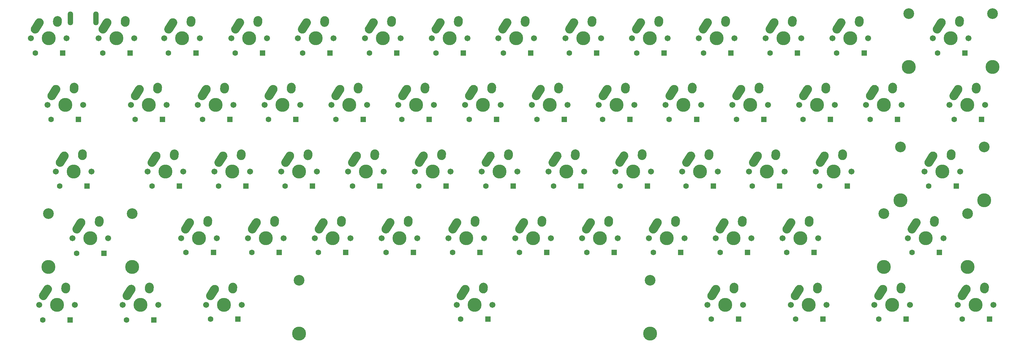
<source format=gts>
%TF.GenerationSoftware,KiCad,Pcbnew,(5.1.10)-1*%
%TF.CreationDate,2022-03-05T23:42:07-05:00*%
%TF.ProjectId,Keebrov2,4b656562-726f-4763-922e-6b696361645f,rev?*%
%TF.SameCoordinates,Original*%
%TF.FileFunction,Soldermask,Top*%
%TF.FilePolarity,Negative*%
%FSLAX46Y46*%
G04 Gerber Fmt 4.6, Leading zero omitted, Abs format (unit mm)*
G04 Created by KiCad (PCBNEW (5.1.10)-1) date 2022-03-05 23:42:07*
%MOMM*%
%LPD*%
G01*
G04 APERTURE LIST*
%ADD10C,3.987800*%
%ADD11C,3.048000*%
%ADD12C,1.701800*%
%ADD13O,1.500000X4.000000*%
%ADD14C,1.600000*%
%ADD15R,1.600000X1.600000*%
G04 APERTURE END LIST*
%TO.C,K4*%
G36*
G01*
X36321621Y-112824984D02*
X36361069Y-112246328D01*
G75*
G02*
X37693193Y-111084242I1247105J-85019D01*
G01*
X37693193Y-111084242D01*
G75*
G02*
X38855279Y-112416366I-85019J-1247105D01*
G01*
X38815831Y-112995022D01*
G75*
G02*
X37483707Y-114157108I-1247105J85019D01*
G01*
X37483707Y-114157108D01*
G75*
G02*
X36321621Y-112824984I85019J1247105D01*
G01*
G37*
G36*
G01*
X30154749Y-114167865D02*
X31363673Y-112270235D01*
G75*
G02*
X33089537Y-111887621I1054239J-671625D01*
G01*
X33089537Y-111887621D01*
G75*
G02*
X33472151Y-113613485I-671625J-1054239D01*
G01*
X32263227Y-115511115D01*
G75*
G02*
X30537363Y-115893729I-1054239J671625D01*
G01*
X30537363Y-115893729D01*
G75*
G02*
X30154749Y-114167865I671625J1054239D01*
G01*
G37*
D10*
X47006450Y-125665675D03*
X23130450Y-125665675D03*
D11*
X47006450Y-110425675D03*
X23130450Y-110425675D03*
D12*
X40148450Y-117410675D03*
X29988450Y-117410675D03*
D10*
X35068450Y-117410675D03*
%TD*%
%TO.C,K31*%
G36*
G01*
X145846118Y-131877497D02*
X145885566Y-131298841D01*
G75*
G02*
X147217690Y-130136755I1247105J-85019D01*
G01*
X147217690Y-130136755D01*
G75*
G02*
X148379776Y-131468879I-85019J-1247105D01*
G01*
X148340328Y-132047535D01*
G75*
G02*
X147008204Y-133209621I-1247105J85019D01*
G01*
X147008204Y-133209621D01*
G75*
G02*
X145846118Y-131877497I85019J1247105D01*
G01*
G37*
G36*
G01*
X139679246Y-133220378D02*
X140888170Y-131322748D01*
G75*
G02*
X142614034Y-130940134I1054239J-671625D01*
G01*
X142614034Y-130940134D01*
G75*
G02*
X142996648Y-132665998I-671625J-1054239D01*
G01*
X141787724Y-134563628D01*
G75*
G02*
X140061860Y-134946242I-1054239J671625D01*
G01*
X140061860Y-134946242D01*
G75*
G02*
X139679246Y-133220378I671625J1054239D01*
G01*
G37*
X194630947Y-144718188D03*
X94554947Y-144718188D03*
D11*
X194630947Y-129478188D03*
X94554947Y-129478188D03*
D12*
X149672947Y-136463188D03*
X139512947Y-136463188D03*
D10*
X144592947Y-136463188D03*
%TD*%
%TO.C,K5*%
G36*
G01*
X26779990Y-131860743D02*
X26819438Y-131282087D01*
G75*
G02*
X28151562Y-130120001I1247105J-85019D01*
G01*
X28151562Y-130120001D01*
G75*
G02*
X29313648Y-131452125I-85019J-1247105D01*
G01*
X29274200Y-132030781D01*
G75*
G02*
X27942076Y-133192867I-1247105J85019D01*
G01*
X27942076Y-133192867D01*
G75*
G02*
X26779990Y-131860743I85019J1247105D01*
G01*
G37*
G36*
G01*
X20613118Y-133203624D02*
X21822042Y-131305994D01*
G75*
G02*
X23547906Y-130923380I1054239J-671625D01*
G01*
X23547906Y-130923380D01*
G75*
G02*
X23930520Y-132649244I-671625J-1054239D01*
G01*
X22721596Y-134546874D01*
G75*
G02*
X20995732Y-134929488I-1054239J671625D01*
G01*
X20995732Y-134929488D01*
G75*
G02*
X20613118Y-133203624I671625J1054239D01*
G01*
G37*
D12*
X30606819Y-136446434D03*
X20446819Y-136446434D03*
D10*
X25526819Y-136446434D03*
%TD*%
%TO.C,K61*%
G36*
G01*
X288711125Y-131861160D02*
X288750573Y-131282504D01*
G75*
G02*
X290082697Y-130120418I1247105J-85019D01*
G01*
X290082697Y-130120418D01*
G75*
G02*
X291244783Y-131452542I-85019J-1247105D01*
G01*
X291205335Y-132031198D01*
G75*
G02*
X289873211Y-133193284I-1247105J85019D01*
G01*
X289873211Y-133193284D01*
G75*
G02*
X288711125Y-131861160I85019J1247105D01*
G01*
G37*
G36*
G01*
X282544253Y-133204041D02*
X283753177Y-131306411D01*
G75*
G02*
X285479041Y-130923797I1054239J-671625D01*
G01*
X285479041Y-130923797D01*
G75*
G02*
X285861655Y-132649661I-671625J-1054239D01*
G01*
X284652731Y-134547291D01*
G75*
G02*
X282926867Y-134929905I-1054239J671625D01*
G01*
X282926867Y-134929905D01*
G75*
G02*
X282544253Y-133204041I671625J1054239D01*
G01*
G37*
D12*
X292537954Y-136446851D03*
X282377954Y-136446851D03*
D10*
X287457954Y-136446851D03*
%TD*%
%TO.C,K60*%
G36*
G01*
X274426055Y-112825534D02*
X274465503Y-112246878D01*
G75*
G02*
X275797627Y-111084792I1247105J-85019D01*
G01*
X275797627Y-111084792D01*
G75*
G02*
X276959713Y-112416916I-85019J-1247105D01*
G01*
X276920265Y-112995572D01*
G75*
G02*
X275588141Y-114157658I-1247105J85019D01*
G01*
X275588141Y-114157658D01*
G75*
G02*
X274426055Y-112825534I85019J1247105D01*
G01*
G37*
G36*
G01*
X268259183Y-114168415D02*
X269468107Y-112270785D01*
G75*
G02*
X271193971Y-111888171I1054239J-671625D01*
G01*
X271193971Y-111888171D01*
G75*
G02*
X271576585Y-113614035I-671625J-1054239D01*
G01*
X270367661Y-115511665D01*
G75*
G02*
X268641797Y-115894279I-1054239J671625D01*
G01*
X268641797Y-115894279D01*
G75*
G02*
X268259183Y-114168415I671625J1054239D01*
G01*
G37*
X285110884Y-125666225D03*
X261234884Y-125666225D03*
D11*
X285110884Y-110426225D03*
X261234884Y-110426225D03*
D12*
X278252884Y-117411225D03*
X268092884Y-117411225D03*
D10*
X273172884Y-117411225D03*
%TD*%
%TO.C,K59*%
G36*
G01*
X286343493Y-74740828D02*
X286382941Y-74162172D01*
G75*
G02*
X287715065Y-73000086I1247105J-85019D01*
G01*
X287715065Y-73000086D01*
G75*
G02*
X288877151Y-74332210I-85019J-1247105D01*
G01*
X288837703Y-74910866D01*
G75*
G02*
X287505579Y-76072952I-1247105J85019D01*
G01*
X287505579Y-76072952D01*
G75*
G02*
X286343493Y-74740828I85019J1247105D01*
G01*
G37*
G36*
G01*
X280176621Y-76083709D02*
X281385545Y-74186079D01*
G75*
G02*
X283111409Y-73803465I1054239J-671625D01*
G01*
X283111409Y-73803465D01*
G75*
G02*
X283494023Y-75529329I-671625J-1054239D01*
G01*
X282285099Y-77426959D01*
G75*
G02*
X280559235Y-77809573I-1054239J671625D01*
G01*
X280559235Y-77809573D01*
G75*
G02*
X280176621Y-76083709I671625J1054239D01*
G01*
G37*
D12*
X290170322Y-79326519D03*
X280010322Y-79326519D03*
D10*
X285090322Y-79326519D03*
%TD*%
%TO.C,K58*%
G36*
G01*
X281586133Y-55671222D02*
X281625581Y-55092566D01*
G75*
G02*
X282957705Y-53930480I1247105J-85019D01*
G01*
X282957705Y-53930480D01*
G75*
G02*
X284119791Y-55262604I-85019J-1247105D01*
G01*
X284080343Y-55841260D01*
G75*
G02*
X282748219Y-57003346I-1247105J85019D01*
G01*
X282748219Y-57003346D01*
G75*
G02*
X281586133Y-55671222I85019J1247105D01*
G01*
G37*
G36*
G01*
X275419261Y-57014103D02*
X276628185Y-55116473D01*
G75*
G02*
X278354049Y-54733859I1054239J-671625D01*
G01*
X278354049Y-54733859D01*
G75*
G02*
X278736663Y-56459723I-671625J-1054239D01*
G01*
X277527739Y-58357353D01*
G75*
G02*
X275801875Y-58739967I-1054239J671625D01*
G01*
X275801875Y-58739967D01*
G75*
G02*
X275419261Y-57014103I671625J1054239D01*
G01*
G37*
X292270962Y-68511913D03*
X268394962Y-68511913D03*
D11*
X292270962Y-53271913D03*
X268394962Y-53271913D03*
D12*
X285412962Y-60256913D03*
X275252962Y-60256913D03*
D10*
X280332962Y-60256913D03*
%TD*%
%TO.C,K57*%
G36*
G01*
X264910950Y-131876159D02*
X264950398Y-131297503D01*
G75*
G02*
X266282522Y-130135417I1247105J-85019D01*
G01*
X266282522Y-130135417D01*
G75*
G02*
X267444608Y-131467541I-85019J-1247105D01*
G01*
X267405160Y-132046197D01*
G75*
G02*
X266073036Y-133208283I-1247105J85019D01*
G01*
X266073036Y-133208283D01*
G75*
G02*
X264910950Y-131876159I85019J1247105D01*
G01*
G37*
G36*
G01*
X258744078Y-133219040D02*
X259953002Y-131321410D01*
G75*
G02*
X261678866Y-130938796I1054239J-671625D01*
G01*
X261678866Y-130938796D01*
G75*
G02*
X262061480Y-132664660I-671625J-1054239D01*
G01*
X260852556Y-134562290D01*
G75*
G02*
X259126692Y-134944904I-1054239J671625D01*
G01*
X259126692Y-134944904D01*
G75*
G02*
X258744078Y-133219040I671625J1054239D01*
G01*
G37*
D12*
X268737779Y-136461850D03*
X258577779Y-136461850D03*
D10*
X263657779Y-136461850D03*
%TD*%
%TO.C,K56*%
G36*
G01*
X279202405Y-93773765D02*
X279241853Y-93195109D01*
G75*
G02*
X280573977Y-92033023I1247105J-85019D01*
G01*
X280573977Y-92033023D01*
G75*
G02*
X281736063Y-93365147I-85019J-1247105D01*
G01*
X281696615Y-93943803D01*
G75*
G02*
X280364491Y-95105889I-1247105J85019D01*
G01*
X280364491Y-95105889D01*
G75*
G02*
X279202405Y-93773765I85019J1247105D01*
G01*
G37*
G36*
G01*
X273035533Y-95116646D02*
X274244457Y-93219016D01*
G75*
G02*
X275970321Y-92836402I1054239J-671625D01*
G01*
X275970321Y-92836402D01*
G75*
G02*
X276352935Y-94562266I-671625J-1054239D01*
G01*
X275144011Y-96459896D01*
G75*
G02*
X273418147Y-96842510I-1054239J671625D01*
G01*
X273418147Y-96842510D01*
G75*
G02*
X273035533Y-95116646I671625J1054239D01*
G01*
G37*
X289887234Y-106614456D03*
X266011234Y-106614456D03*
D11*
X289887234Y-91374456D03*
X266011234Y-91374456D03*
D12*
X283029234Y-98359456D03*
X272869234Y-98359456D03*
D10*
X277949234Y-98359456D03*
%TD*%
%TO.C,K55*%
G36*
G01*
X262519763Y-74722382D02*
X262559211Y-74143726D01*
G75*
G02*
X263891335Y-72981640I1247105J-85019D01*
G01*
X263891335Y-72981640D01*
G75*
G02*
X265053421Y-74313764I-85019J-1247105D01*
G01*
X265013973Y-74892420D01*
G75*
G02*
X263681849Y-76054506I-1247105J85019D01*
G01*
X263681849Y-76054506D01*
G75*
G02*
X262519763Y-74722382I85019J1247105D01*
G01*
G37*
G36*
G01*
X256352891Y-76065263D02*
X257561815Y-74167633D01*
G75*
G02*
X259287679Y-73785019I1054239J-671625D01*
G01*
X259287679Y-73785019D01*
G75*
G02*
X259670293Y-75510883I-671625J-1054239D01*
G01*
X258461369Y-77408513D01*
G75*
G02*
X256735505Y-77791127I-1054239J671625D01*
G01*
X256735505Y-77791127D01*
G75*
G02*
X256352891Y-76065263I671625J1054239D01*
G01*
G37*
D12*
X266346592Y-79308073D03*
X256186592Y-79308073D03*
D10*
X261266592Y-79308073D03*
%TD*%
%TO.C,K54*%
G36*
G01*
X253002091Y-55687006D02*
X253041539Y-55108350D01*
G75*
G02*
X254373663Y-53946264I1247105J-85019D01*
G01*
X254373663Y-53946264D01*
G75*
G02*
X255535749Y-55278388I-85019J-1247105D01*
G01*
X255496301Y-55857044D01*
G75*
G02*
X254164177Y-57019130I-1247105J85019D01*
G01*
X254164177Y-57019130D01*
G75*
G02*
X253002091Y-55687006I85019J1247105D01*
G01*
G37*
G36*
G01*
X246835219Y-57029887D02*
X248044143Y-55132257D01*
G75*
G02*
X249770007Y-54749643I1054239J-671625D01*
G01*
X249770007Y-54749643D01*
G75*
G02*
X250152621Y-56475507I-671625J-1054239D01*
G01*
X248943697Y-58373137D01*
G75*
G02*
X247217833Y-58755751I-1054239J671625D01*
G01*
X247217833Y-58755751D01*
G75*
G02*
X246835219Y-57029887I671625J1054239D01*
G01*
G37*
D12*
X256828920Y-60272697D03*
X246668920Y-60272697D03*
D10*
X251748920Y-60272697D03*
%TD*%
%TO.C,K53*%
G36*
G01*
X241096028Y-131874890D02*
X241135476Y-131296234D01*
G75*
G02*
X242467600Y-130134148I1247105J-85019D01*
G01*
X242467600Y-130134148D01*
G75*
G02*
X243629686Y-131466272I-85019J-1247105D01*
G01*
X243590238Y-132044928D01*
G75*
G02*
X242258114Y-133207014I-1247105J85019D01*
G01*
X242258114Y-133207014D01*
G75*
G02*
X241096028Y-131874890I85019J1247105D01*
G01*
G37*
G36*
G01*
X234929156Y-133217771D02*
X236138080Y-131320141D01*
G75*
G02*
X237863944Y-130937527I1054239J-671625D01*
G01*
X237863944Y-130937527D01*
G75*
G02*
X238246558Y-132663391I-671625J-1054239D01*
G01*
X237037634Y-134561021D01*
G75*
G02*
X235311770Y-134943635I-1054239J671625D01*
G01*
X235311770Y-134943635D01*
G75*
G02*
X234929156Y-133217771I671625J1054239D01*
G01*
G37*
D12*
X244922857Y-136460581D03*
X234762857Y-136460581D03*
D10*
X239842857Y-136460581D03*
%TD*%
%TO.C,K52*%
G36*
G01*
X238718602Y-112824472D02*
X238758050Y-112245816D01*
G75*
G02*
X240090174Y-111083730I1247105J-85019D01*
G01*
X240090174Y-111083730D01*
G75*
G02*
X241252260Y-112415854I-85019J-1247105D01*
G01*
X241212812Y-112994510D01*
G75*
G02*
X239880688Y-114156596I-1247105J85019D01*
G01*
X239880688Y-114156596D01*
G75*
G02*
X238718602Y-112824472I85019J1247105D01*
G01*
G37*
G36*
G01*
X232551730Y-114167353D02*
X233760654Y-112269723D01*
G75*
G02*
X235486518Y-111887109I1054239J-671625D01*
G01*
X235486518Y-111887109D01*
G75*
G02*
X235869132Y-113612973I-671625J-1054239D01*
G01*
X234660208Y-115510603D01*
G75*
G02*
X232934344Y-115893217I-1054239J671625D01*
G01*
X232934344Y-115893217D01*
G75*
G02*
X232551730Y-114167353I671625J1054239D01*
G01*
G37*
D12*
X242545431Y-117410163D03*
X232385431Y-117410163D03*
D10*
X237465431Y-117410163D03*
%TD*%
%TO.C,K51*%
G36*
G01*
X248243445Y-93784446D02*
X248282893Y-93205790D01*
G75*
G02*
X249615017Y-92043704I1247105J-85019D01*
G01*
X249615017Y-92043704D01*
G75*
G02*
X250777103Y-93375828I-85019J-1247105D01*
G01*
X250737655Y-93954484D01*
G75*
G02*
X249405531Y-95116570I-1247105J85019D01*
G01*
X249405531Y-95116570D01*
G75*
G02*
X248243445Y-93784446I85019J1247105D01*
G01*
G37*
G36*
G01*
X242076573Y-95127327D02*
X243285497Y-93229697D01*
G75*
G02*
X245011361Y-92847083I1054239J-671625D01*
G01*
X245011361Y-92847083D01*
G75*
G02*
X245393975Y-94572947I-671625J-1054239D01*
G01*
X244185051Y-96470577D01*
G75*
G02*
X242459187Y-96853191I-1054239J671625D01*
G01*
X242459187Y-96853191D01*
G75*
G02*
X242076573Y-95127327I671625J1054239D01*
G01*
G37*
D12*
X252070274Y-98370137D03*
X241910274Y-98370137D03*
D10*
X246990274Y-98370137D03*
%TD*%
%TO.C,K50*%
G36*
G01*
X243470894Y-74730335D02*
X243510342Y-74151679D01*
G75*
G02*
X244842466Y-72989593I1247105J-85019D01*
G01*
X244842466Y-72989593D01*
G75*
G02*
X246004552Y-74321717I-85019J-1247105D01*
G01*
X245965104Y-74900373D01*
G75*
G02*
X244632980Y-76062459I-1247105J85019D01*
G01*
X244632980Y-76062459D01*
G75*
G02*
X243470894Y-74730335I85019J1247105D01*
G01*
G37*
G36*
G01*
X237304022Y-76073216D02*
X238512946Y-74175586D01*
G75*
G02*
X240238810Y-73792972I1054239J-671625D01*
G01*
X240238810Y-73792972D01*
G75*
G02*
X240621424Y-75518836I-671625J-1054239D01*
G01*
X239412500Y-77416466D01*
G75*
G02*
X237686636Y-77799080I-1054239J671625D01*
G01*
X237686636Y-77799080D01*
G75*
G02*
X237304022Y-76073216I671625J1054239D01*
G01*
G37*
D12*
X247297723Y-79316026D03*
X237137723Y-79316026D03*
D10*
X242217723Y-79316026D03*
%TD*%
%TO.C,K49*%
G36*
G01*
X233928830Y-55669689D02*
X233968278Y-55091033D01*
G75*
G02*
X235300402Y-53928947I1247105J-85019D01*
G01*
X235300402Y-53928947D01*
G75*
G02*
X236462488Y-55261071I-85019J-1247105D01*
G01*
X236423040Y-55839727D01*
G75*
G02*
X235090916Y-57001813I-1247105J85019D01*
G01*
X235090916Y-57001813D01*
G75*
G02*
X233928830Y-55669689I85019J1247105D01*
G01*
G37*
G36*
G01*
X227761958Y-57012570D02*
X228970882Y-55114940D01*
G75*
G02*
X230696746Y-54732326I1054239J-671625D01*
G01*
X230696746Y-54732326D01*
G75*
G02*
X231079360Y-56458190I-671625J-1054239D01*
G01*
X229870436Y-58355820D01*
G75*
G02*
X228144572Y-58738434I-1054239J671625D01*
G01*
X228144572Y-58738434D01*
G75*
G02*
X227761958Y-57012570I671625J1054239D01*
G01*
G37*
D12*
X237755659Y-60255380D03*
X227595659Y-60255380D03*
D10*
X232675659Y-60255380D03*
%TD*%
%TO.C,K48*%
G36*
G01*
X217301822Y-131880510D02*
X217341270Y-131301854D01*
G75*
G02*
X218673394Y-130139768I1247105J-85019D01*
G01*
X218673394Y-130139768D01*
G75*
G02*
X219835480Y-131471892I-85019J-1247105D01*
G01*
X219796032Y-132050548D01*
G75*
G02*
X218463908Y-133212634I-1247105J85019D01*
G01*
X218463908Y-133212634D01*
G75*
G02*
X217301822Y-131880510I85019J1247105D01*
G01*
G37*
G36*
G01*
X211134950Y-133223391D02*
X212343874Y-131325761D01*
G75*
G02*
X214069738Y-130943147I1054239J-671625D01*
G01*
X214069738Y-130943147D01*
G75*
G02*
X214452352Y-132669011I-671625J-1054239D01*
G01*
X213243428Y-134566641D01*
G75*
G02*
X211517564Y-134949255I-1054239J671625D01*
G01*
X211517564Y-134949255D01*
G75*
G02*
X211134950Y-133223391I671625J1054239D01*
G01*
G37*
D12*
X221128651Y-136466201D03*
X210968651Y-136466201D03*
D10*
X216048651Y-136466201D03*
%TD*%
%TO.C,K47*%
G36*
G01*
X219660835Y-112829869D02*
X219700283Y-112251213D01*
G75*
G02*
X221032407Y-111089127I1247105J-85019D01*
G01*
X221032407Y-111089127D01*
G75*
G02*
X222194493Y-112421251I-85019J-1247105D01*
G01*
X222155045Y-112999907D01*
G75*
G02*
X220822921Y-114161993I-1247105J85019D01*
G01*
X220822921Y-114161993D01*
G75*
G02*
X219660835Y-112829869I85019J1247105D01*
G01*
G37*
G36*
G01*
X213493963Y-114172750D02*
X214702887Y-112275120D01*
G75*
G02*
X216428751Y-111892506I1054239J-671625D01*
G01*
X216428751Y-111892506D01*
G75*
G02*
X216811365Y-113618370I-671625J-1054239D01*
G01*
X215602441Y-115516000D01*
G75*
G02*
X213876577Y-115898614I-1054239J671625D01*
G01*
X213876577Y-115898614D01*
G75*
G02*
X213493963Y-114172750I671625J1054239D01*
G01*
G37*
D12*
X223487664Y-117415560D03*
X213327664Y-117415560D03*
D10*
X218407664Y-117415560D03*
%TD*%
%TO.C,K46*%
G36*
G01*
X229192068Y-93781077D02*
X229231516Y-93202421D01*
G75*
G02*
X230563640Y-92040335I1247105J-85019D01*
G01*
X230563640Y-92040335D01*
G75*
G02*
X231725726Y-93372459I-85019J-1247105D01*
G01*
X231686278Y-93951115D01*
G75*
G02*
X230354154Y-95113201I-1247105J85019D01*
G01*
X230354154Y-95113201D01*
G75*
G02*
X229192068Y-93781077I85019J1247105D01*
G01*
G37*
G36*
G01*
X223025196Y-95123958D02*
X224234120Y-93226328D01*
G75*
G02*
X225959984Y-92843714I1054239J-671625D01*
G01*
X225959984Y-92843714D01*
G75*
G02*
X226342598Y-94569578I-671625J-1054239D01*
G01*
X225133674Y-96467208D01*
G75*
G02*
X223407810Y-96849822I-1054239J671625D01*
G01*
X223407810Y-96849822D01*
G75*
G02*
X223025196Y-95123958I671625J1054239D01*
G01*
G37*
D12*
X233018897Y-98366768D03*
X222858897Y-98366768D03*
D10*
X227938897Y-98366768D03*
%TD*%
%TO.C,K45*%
G36*
G01*
X224434983Y-74726410D02*
X224474431Y-74147754D01*
G75*
G02*
X225806555Y-72985668I1247105J-85019D01*
G01*
X225806555Y-72985668D01*
G75*
G02*
X226968641Y-74317792I-85019J-1247105D01*
G01*
X226929193Y-74896448D01*
G75*
G02*
X225597069Y-76058534I-1247105J85019D01*
G01*
X225597069Y-76058534D01*
G75*
G02*
X224434983Y-74726410I85019J1247105D01*
G01*
G37*
G36*
G01*
X218268111Y-76069291D02*
X219477035Y-74171661D01*
G75*
G02*
X221202899Y-73789047I1054239J-671625D01*
G01*
X221202899Y-73789047D01*
G75*
G02*
X221585513Y-75514911I-671625J-1054239D01*
G01*
X220376589Y-77412541D01*
G75*
G02*
X218650725Y-77795155I-1054239J671625D01*
G01*
X218650725Y-77795155D01*
G75*
G02*
X218268111Y-76069291I671625J1054239D01*
G01*
G37*
D12*
X228261812Y-79312101D03*
X218101812Y-79312101D03*
D10*
X223181812Y-79312101D03*
%TD*%
%TO.C,K44*%
G36*
G01*
X214899366Y-55672843D02*
X214938814Y-55094187D01*
G75*
G02*
X216270938Y-53932101I1247105J-85019D01*
G01*
X216270938Y-53932101D01*
G75*
G02*
X217433024Y-55264225I-85019J-1247105D01*
G01*
X217393576Y-55842881D01*
G75*
G02*
X216061452Y-57004967I-1247105J85019D01*
G01*
X216061452Y-57004967D01*
G75*
G02*
X214899366Y-55672843I85019J1247105D01*
G01*
G37*
G36*
G01*
X208732494Y-57015724D02*
X209941418Y-55118094D01*
G75*
G02*
X211667282Y-54735480I1054239J-671625D01*
G01*
X211667282Y-54735480D01*
G75*
G02*
X212049896Y-56461344I-671625J-1054239D01*
G01*
X210840972Y-58358974D01*
G75*
G02*
X209115108Y-58741588I-1054239J671625D01*
G01*
X209115108Y-58741588D01*
G75*
G02*
X208732494Y-57015724I671625J1054239D01*
G01*
G37*
D12*
X218726195Y-60258534D03*
X208566195Y-60258534D03*
D10*
X213646195Y-60258534D03*
%TD*%
%TO.C,K43*%
G36*
G01*
X200633989Y-112830626D02*
X200673437Y-112251970D01*
G75*
G02*
X202005561Y-111089884I1247105J-85019D01*
G01*
X202005561Y-111089884D01*
G75*
G02*
X203167647Y-112422008I-85019J-1247105D01*
G01*
X203128199Y-113000664D01*
G75*
G02*
X201796075Y-114162750I-1247105J85019D01*
G01*
X201796075Y-114162750D01*
G75*
G02*
X200633989Y-112830626I85019J1247105D01*
G01*
G37*
G36*
G01*
X194467117Y-114173507D02*
X195676041Y-112275877D01*
G75*
G02*
X197401905Y-111893263I1054239J-671625D01*
G01*
X197401905Y-111893263D01*
G75*
G02*
X197784519Y-113619127I-671625J-1054239D01*
G01*
X196575595Y-115516757D01*
G75*
G02*
X194849731Y-115899371I-1054239J671625D01*
G01*
X194849731Y-115899371D01*
G75*
G02*
X194467117Y-114173507I671625J1054239D01*
G01*
G37*
D12*
X204460818Y-117416317D03*
X194300818Y-117416317D03*
D10*
X199380818Y-117416317D03*
%TD*%
%TO.C,K42*%
G36*
G01*
X210153982Y-93771513D02*
X210193430Y-93192857D01*
G75*
G02*
X211525554Y-92030771I1247105J-85019D01*
G01*
X211525554Y-92030771D01*
G75*
G02*
X212687640Y-93362895I-85019J-1247105D01*
G01*
X212648192Y-93941551D01*
G75*
G02*
X211316068Y-95103637I-1247105J85019D01*
G01*
X211316068Y-95103637D01*
G75*
G02*
X210153982Y-93771513I85019J1247105D01*
G01*
G37*
G36*
G01*
X203987110Y-95114394D02*
X205196034Y-93216764D01*
G75*
G02*
X206921898Y-92834150I1054239J-671625D01*
G01*
X206921898Y-92834150D01*
G75*
G02*
X207304512Y-94560014I-671625J-1054239D01*
G01*
X206095588Y-96457644D01*
G75*
G02*
X204369724Y-96840258I-1054239J671625D01*
G01*
X204369724Y-96840258D01*
G75*
G02*
X203987110Y-95114394I671625J1054239D01*
G01*
G37*
D12*
X213980811Y-98357204D03*
X203820811Y-98357204D03*
D10*
X208900811Y-98357204D03*
%TD*%
%TO.C,K41*%
G36*
G01*
X205391833Y-74727820D02*
X205431281Y-74149164D01*
G75*
G02*
X206763405Y-72987078I1247105J-85019D01*
G01*
X206763405Y-72987078D01*
G75*
G02*
X207925491Y-74319202I-85019J-1247105D01*
G01*
X207886043Y-74897858D01*
G75*
G02*
X206553919Y-76059944I-1247105J85019D01*
G01*
X206553919Y-76059944D01*
G75*
G02*
X205391833Y-74727820I85019J1247105D01*
G01*
G37*
G36*
G01*
X199224961Y-76070701D02*
X200433885Y-74173071D01*
G75*
G02*
X202159749Y-73790457I1054239J-671625D01*
G01*
X202159749Y-73790457D01*
G75*
G02*
X202542363Y-75516321I-671625J-1054239D01*
G01*
X201333439Y-77413951D01*
G75*
G02*
X199607575Y-77796565I-1054239J671625D01*
G01*
X199607575Y-77796565D01*
G75*
G02*
X199224961Y-76070701I671625J1054239D01*
G01*
G37*
D12*
X209218662Y-79313511D03*
X199058662Y-79313511D03*
D10*
X204138662Y-79313511D03*
%TD*%
%TO.C,K40*%
G36*
G01*
X195854073Y-55676237D02*
X195893521Y-55097581D01*
G75*
G02*
X197225645Y-53935495I1247105J-85019D01*
G01*
X197225645Y-53935495D01*
G75*
G02*
X198387731Y-55267619I-85019J-1247105D01*
G01*
X198348283Y-55846275D01*
G75*
G02*
X197016159Y-57008361I-1247105J85019D01*
G01*
X197016159Y-57008361D01*
G75*
G02*
X195854073Y-55676237I85019J1247105D01*
G01*
G37*
G36*
G01*
X189687201Y-57019118D02*
X190896125Y-55121488D01*
G75*
G02*
X192621989Y-54738874I1054239J-671625D01*
G01*
X192621989Y-54738874D01*
G75*
G02*
X193004603Y-56464738I-671625J-1054239D01*
G01*
X191795679Y-58362368D01*
G75*
G02*
X190069815Y-58744982I-1054239J671625D01*
G01*
X190069815Y-58744982D01*
G75*
G02*
X189687201Y-57019118I671625J1054239D01*
G01*
G37*
D12*
X199680902Y-60261928D03*
X189520902Y-60261928D03*
D10*
X194600902Y-60261928D03*
%TD*%
%TO.C,K39*%
G36*
G01*
X181571621Y-112827134D02*
X181611069Y-112248478D01*
G75*
G02*
X182943193Y-111086392I1247105J-85019D01*
G01*
X182943193Y-111086392D01*
G75*
G02*
X184105279Y-112418516I-85019J-1247105D01*
G01*
X184065831Y-112997172D01*
G75*
G02*
X182733707Y-114159258I-1247105J85019D01*
G01*
X182733707Y-114159258D01*
G75*
G02*
X181571621Y-112827134I85019J1247105D01*
G01*
G37*
G36*
G01*
X175404749Y-114170015D02*
X176613673Y-112272385D01*
G75*
G02*
X178339537Y-111889771I1054239J-671625D01*
G01*
X178339537Y-111889771D01*
G75*
G02*
X178722151Y-113615635I-671625J-1054239D01*
G01*
X177513227Y-115513265D01*
G75*
G02*
X175787363Y-115895879I-1054239J671625D01*
G01*
X175787363Y-115895879D01*
G75*
G02*
X175404749Y-114170015I671625J1054239D01*
G01*
G37*
D12*
X185398450Y-117412825D03*
X175238450Y-117412825D03*
D10*
X180318450Y-117412825D03*
%TD*%
%TO.C,K38*%
G36*
G01*
X191098270Y-93751483D02*
X191137718Y-93172827D01*
G75*
G02*
X192469842Y-92010741I1247105J-85019D01*
G01*
X192469842Y-92010741D01*
G75*
G02*
X193631928Y-93342865I-85019J-1247105D01*
G01*
X193592480Y-93921521D01*
G75*
G02*
X192260356Y-95083607I-1247105J85019D01*
G01*
X192260356Y-95083607D01*
G75*
G02*
X191098270Y-93751483I85019J1247105D01*
G01*
G37*
G36*
G01*
X184931398Y-95094364D02*
X186140322Y-93196734D01*
G75*
G02*
X187866186Y-92814120I1054239J-671625D01*
G01*
X187866186Y-92814120D01*
G75*
G02*
X188248800Y-94539984I-671625J-1054239D01*
G01*
X187039876Y-96437614D01*
G75*
G02*
X185314012Y-96820228I-1054239J671625D01*
G01*
X185314012Y-96820228D01*
G75*
G02*
X184931398Y-95094364I671625J1054239D01*
G01*
G37*
D12*
X194925099Y-98337174D03*
X184765099Y-98337174D03*
D10*
X189845099Y-98337174D03*
%TD*%
%TO.C,K37*%
G36*
G01*
X186343427Y-74733652D02*
X186382875Y-74154996D01*
G75*
G02*
X187714999Y-72992910I1247105J-85019D01*
G01*
X187714999Y-72992910D01*
G75*
G02*
X188877085Y-74325034I-85019J-1247105D01*
G01*
X188837637Y-74903690D01*
G75*
G02*
X187505513Y-76065776I-1247105J85019D01*
G01*
X187505513Y-76065776D01*
G75*
G02*
X186343427Y-74733652I85019J1247105D01*
G01*
G37*
G36*
G01*
X180176555Y-76076533D02*
X181385479Y-74178903D01*
G75*
G02*
X183111343Y-73796289I1054239J-671625D01*
G01*
X183111343Y-73796289D01*
G75*
G02*
X183493957Y-75522153I-671625J-1054239D01*
G01*
X182285033Y-77419783D01*
G75*
G02*
X180559169Y-77802397I-1054239J671625D01*
G01*
X180559169Y-77802397D01*
G75*
G02*
X180176555Y-76076533I671625J1054239D01*
G01*
G37*
D12*
X190170256Y-79319343D03*
X180010256Y-79319343D03*
D10*
X185090256Y-79319343D03*
%TD*%
%TO.C,K36*%
G36*
G01*
X176806004Y-55684121D02*
X176845452Y-55105465D01*
G75*
G02*
X178177576Y-53943379I1247105J-85019D01*
G01*
X178177576Y-53943379D01*
G75*
G02*
X179339662Y-55275503I-85019J-1247105D01*
G01*
X179300214Y-55854159D01*
G75*
G02*
X177968090Y-57016245I-1247105J85019D01*
G01*
X177968090Y-57016245D01*
G75*
G02*
X176806004Y-55684121I85019J1247105D01*
G01*
G37*
G36*
G01*
X170639132Y-57027002D02*
X171848056Y-55129372D01*
G75*
G02*
X173573920Y-54746758I1054239J-671625D01*
G01*
X173573920Y-54746758D01*
G75*
G02*
X173956534Y-56472622I-671625J-1054239D01*
G01*
X172747610Y-58370252D01*
G75*
G02*
X171021746Y-58752866I-1054239J671625D01*
G01*
X171021746Y-58752866D01*
G75*
G02*
X170639132Y-57027002I671625J1054239D01*
G01*
G37*
D12*
X180632833Y-60269812D03*
X170472833Y-60269812D03*
D10*
X175552833Y-60269812D03*
%TD*%
%TO.C,K35*%
G36*
G01*
X162532786Y-112813331D02*
X162572234Y-112234675D01*
G75*
G02*
X163904358Y-111072589I1247105J-85019D01*
G01*
X163904358Y-111072589D01*
G75*
G02*
X165066444Y-112404713I-85019J-1247105D01*
G01*
X165026996Y-112983369D01*
G75*
G02*
X163694872Y-114145455I-1247105J85019D01*
G01*
X163694872Y-114145455D01*
G75*
G02*
X162532786Y-112813331I85019J1247105D01*
G01*
G37*
G36*
G01*
X156365914Y-114156212D02*
X157574838Y-112258582D01*
G75*
G02*
X159300702Y-111875968I1054239J-671625D01*
G01*
X159300702Y-111875968D01*
G75*
G02*
X159683316Y-113601832I-671625J-1054239D01*
G01*
X158474392Y-115499462D01*
G75*
G02*
X156748528Y-115882076I-1054239J671625D01*
G01*
X156748528Y-115882076D01*
G75*
G02*
X156365914Y-114156212I671625J1054239D01*
G01*
G37*
D12*
X166359615Y-117399022D03*
X156199615Y-117399022D03*
D10*
X161279615Y-117399022D03*
%TD*%
%TO.C,K34*%
G36*
G01*
X172047759Y-93772963D02*
X172087207Y-93194307D01*
G75*
G02*
X173419331Y-92032221I1247105J-85019D01*
G01*
X173419331Y-92032221D01*
G75*
G02*
X174581417Y-93364345I-85019J-1247105D01*
G01*
X174541969Y-93943001D01*
G75*
G02*
X173209845Y-95105087I-1247105J85019D01*
G01*
X173209845Y-95105087D01*
G75*
G02*
X172047759Y-93772963I85019J1247105D01*
G01*
G37*
G36*
G01*
X165880887Y-95115844D02*
X167089811Y-93218214D01*
G75*
G02*
X168815675Y-92835600I1054239J-671625D01*
G01*
X168815675Y-92835600D01*
G75*
G02*
X169198289Y-94561464I-671625J-1054239D01*
G01*
X167989365Y-96459094D01*
G75*
G02*
X166263501Y-96841708I-1054239J671625D01*
G01*
X166263501Y-96841708D01*
G75*
G02*
X165880887Y-95115844I671625J1054239D01*
G01*
G37*
D12*
X175874588Y-98358654D03*
X165714588Y-98358654D03*
D10*
X170794588Y-98358654D03*
%TD*%
%TO.C,K33*%
G36*
G01*
X167290901Y-74716905D02*
X167330349Y-74138249D01*
G75*
G02*
X168662473Y-72976163I1247105J-85019D01*
G01*
X168662473Y-72976163D01*
G75*
G02*
X169824559Y-74308287I-85019J-1247105D01*
G01*
X169785111Y-74886943D01*
G75*
G02*
X168452987Y-76049029I-1247105J85019D01*
G01*
X168452987Y-76049029D01*
G75*
G02*
X167290901Y-74716905I85019J1247105D01*
G01*
G37*
G36*
G01*
X161124029Y-76059786D02*
X162332953Y-74162156D01*
G75*
G02*
X164058817Y-73779542I1054239J-671625D01*
G01*
X164058817Y-73779542D01*
G75*
G02*
X164441431Y-75505406I-671625J-1054239D01*
G01*
X163232507Y-77403036D01*
G75*
G02*
X161506643Y-77785650I-1054239J671625D01*
G01*
X161506643Y-77785650D01*
G75*
G02*
X161124029Y-76059786I671625J1054239D01*
G01*
G37*
D12*
X171117730Y-79302596D03*
X160957730Y-79302596D03*
D10*
X166037730Y-79302596D03*
%TD*%
%TO.C,K32*%
G36*
G01*
X157752892Y-55673823D02*
X157792340Y-55095167D01*
G75*
G02*
X159124464Y-53933081I1247105J-85019D01*
G01*
X159124464Y-53933081D01*
G75*
G02*
X160286550Y-55265205I-85019J-1247105D01*
G01*
X160247102Y-55843861D01*
G75*
G02*
X158914978Y-57005947I-1247105J85019D01*
G01*
X158914978Y-57005947D01*
G75*
G02*
X157752892Y-55673823I85019J1247105D01*
G01*
G37*
G36*
G01*
X151586020Y-57016704D02*
X152794944Y-55119074D01*
G75*
G02*
X154520808Y-54736460I1054239J-671625D01*
G01*
X154520808Y-54736460D01*
G75*
G02*
X154903422Y-56462324I-671625J-1054239D01*
G01*
X153694498Y-58359954D01*
G75*
G02*
X151968634Y-58742568I-1054239J671625D01*
G01*
X151968634Y-58742568D01*
G75*
G02*
X151586020Y-57016704I671625J1054239D01*
G01*
G37*
D12*
X161579721Y-60259514D03*
X151419721Y-60259514D03*
D10*
X156499721Y-60259514D03*
%TD*%
%TO.C,K30*%
G36*
G01*
X143478607Y-112826967D02*
X143518055Y-112248311D01*
G75*
G02*
X144850179Y-111086225I1247105J-85019D01*
G01*
X144850179Y-111086225D01*
G75*
G02*
X146012265Y-112418349I-85019J-1247105D01*
G01*
X145972817Y-112997005D01*
G75*
G02*
X144640693Y-114159091I-1247105J85019D01*
G01*
X144640693Y-114159091D01*
G75*
G02*
X143478607Y-112826967I85019J1247105D01*
G01*
G37*
G36*
G01*
X137311735Y-114169848D02*
X138520659Y-112272218D01*
G75*
G02*
X140246523Y-111889604I1054239J-671625D01*
G01*
X140246523Y-111889604D01*
G75*
G02*
X140629137Y-113615468I-671625J-1054239D01*
G01*
X139420213Y-115513098D01*
G75*
G02*
X137694349Y-115895712I-1054239J671625D01*
G01*
X137694349Y-115895712D01*
G75*
G02*
X137311735Y-114169848I671625J1054239D01*
G01*
G37*
D12*
X147305436Y-117412658D03*
X137145436Y-117412658D03*
D10*
X142225436Y-117412658D03*
%TD*%
%TO.C,K29*%
G36*
G01*
X152996031Y-93773790D02*
X153035479Y-93195134D01*
G75*
G02*
X154367603Y-92033048I1247105J-85019D01*
G01*
X154367603Y-92033048D01*
G75*
G02*
X155529689Y-93365172I-85019J-1247105D01*
G01*
X155490241Y-93943828D01*
G75*
G02*
X154158117Y-95105914I-1247105J85019D01*
G01*
X154158117Y-95105914D01*
G75*
G02*
X152996031Y-93773790I85019J1247105D01*
G01*
G37*
G36*
G01*
X146829159Y-95116671D02*
X148038083Y-93219041D01*
G75*
G02*
X149763947Y-92836427I1054239J-671625D01*
G01*
X149763947Y-92836427D01*
G75*
G02*
X150146561Y-94562291I-671625J-1054239D01*
G01*
X148937637Y-96459921D01*
G75*
G02*
X147211773Y-96842535I-1054239J671625D01*
G01*
X147211773Y-96842535D01*
G75*
G02*
X146829159Y-95116671I671625J1054239D01*
G01*
G37*
D12*
X156822860Y-98359481D03*
X146662860Y-98359481D03*
D10*
X151742860Y-98359481D03*
%TD*%
%TO.C,K28*%
G36*
G01*
X148227352Y-74727122D02*
X148266800Y-74148466D01*
G75*
G02*
X149598924Y-72986380I1247105J-85019D01*
G01*
X149598924Y-72986380D01*
G75*
G02*
X150761010Y-74318504I-85019J-1247105D01*
G01*
X150721562Y-74897160D01*
G75*
G02*
X149389438Y-76059246I-1247105J85019D01*
G01*
X149389438Y-76059246D01*
G75*
G02*
X148227352Y-74727122I85019J1247105D01*
G01*
G37*
G36*
G01*
X142060480Y-76070003D02*
X143269404Y-74172373D01*
G75*
G02*
X144995268Y-73789759I1054239J-671625D01*
G01*
X144995268Y-73789759D01*
G75*
G02*
X145377882Y-75515623I-671625J-1054239D01*
G01*
X144168958Y-77413253D01*
G75*
G02*
X142443094Y-77795867I-1054239J671625D01*
G01*
X142443094Y-77795867D01*
G75*
G02*
X142060480Y-76070003I671625J1054239D01*
G01*
G37*
D12*
X152054181Y-79312813D03*
X141894181Y-79312813D03*
D10*
X146974181Y-79312813D03*
%TD*%
%TO.C,K27*%
G36*
G01*
X138712604Y-55672567D02*
X138752052Y-55093911D01*
G75*
G02*
X140084176Y-53931825I1247105J-85019D01*
G01*
X140084176Y-53931825D01*
G75*
G02*
X141246262Y-55263949I-85019J-1247105D01*
G01*
X141206814Y-55842605D01*
G75*
G02*
X139874690Y-57004691I-1247105J85019D01*
G01*
X139874690Y-57004691D01*
G75*
G02*
X138712604Y-55672567I85019J1247105D01*
G01*
G37*
G36*
G01*
X132545732Y-57015448D02*
X133754656Y-55117818D01*
G75*
G02*
X135480520Y-54735204I1054239J-671625D01*
G01*
X135480520Y-54735204D01*
G75*
G02*
X135863134Y-56461068I-671625J-1054239D01*
G01*
X134654210Y-58358698D01*
G75*
G02*
X132928346Y-58741312I-1054239J671625D01*
G01*
X132928346Y-58741312D01*
G75*
G02*
X132545732Y-57015448I671625J1054239D01*
G01*
G37*
D12*
X142539433Y-60258258D03*
X132379433Y-60258258D03*
D10*
X137459433Y-60258258D03*
%TD*%
%TO.C,K26*%
G36*
G01*
X124419677Y-112812946D02*
X124459125Y-112234290D01*
G75*
G02*
X125791249Y-111072204I1247105J-85019D01*
G01*
X125791249Y-111072204D01*
G75*
G02*
X126953335Y-112404328I-85019J-1247105D01*
G01*
X126913887Y-112982984D01*
G75*
G02*
X125581763Y-114145070I-1247105J85019D01*
G01*
X125581763Y-114145070D01*
G75*
G02*
X124419677Y-112812946I85019J1247105D01*
G01*
G37*
G36*
G01*
X118252805Y-114155827D02*
X119461729Y-112258197D01*
G75*
G02*
X121187593Y-111875583I1054239J-671625D01*
G01*
X121187593Y-111875583D01*
G75*
G02*
X121570207Y-113601447I-671625J-1054239D01*
G01*
X120361283Y-115499077D01*
G75*
G02*
X118635419Y-115881691I-1054239J671625D01*
G01*
X118635419Y-115881691D01*
G75*
G02*
X118252805Y-114155827I671625J1054239D01*
G01*
G37*
D12*
X128246506Y-117398637D03*
X118086506Y-117398637D03*
D10*
X123166506Y-117398637D03*
%TD*%
%TO.C,K25*%
G36*
G01*
X133941205Y-93767142D02*
X133980653Y-93188486D01*
G75*
G02*
X135312777Y-92026400I1247105J-85019D01*
G01*
X135312777Y-92026400D01*
G75*
G02*
X136474863Y-93358524I-85019J-1247105D01*
G01*
X136435415Y-93937180D01*
G75*
G02*
X135103291Y-95099266I-1247105J85019D01*
G01*
X135103291Y-95099266D01*
G75*
G02*
X133941205Y-93767142I85019J1247105D01*
G01*
G37*
G36*
G01*
X127774333Y-95110023D02*
X128983257Y-93212393D01*
G75*
G02*
X130709121Y-92829779I1054239J-671625D01*
G01*
X130709121Y-92829779D01*
G75*
G02*
X131091735Y-94555643I-671625J-1054239D01*
G01*
X129882811Y-96453273D01*
G75*
G02*
X128156947Y-96835887I-1054239J671625D01*
G01*
X128156947Y-96835887D01*
G75*
G02*
X127774333Y-95110023I671625J1054239D01*
G01*
G37*
D12*
X137768034Y-98352833D03*
X127608034Y-98352833D03*
D10*
X132688034Y-98352833D03*
%TD*%
%TO.C,K24*%
G36*
G01*
X129197674Y-74721883D02*
X129237122Y-74143227D01*
G75*
G02*
X130569246Y-72981141I1247105J-85019D01*
G01*
X130569246Y-72981141D01*
G75*
G02*
X131731332Y-74313265I-85019J-1247105D01*
G01*
X131691884Y-74891921D01*
G75*
G02*
X130359760Y-76054007I-1247105J85019D01*
G01*
X130359760Y-76054007D01*
G75*
G02*
X129197674Y-74721883I85019J1247105D01*
G01*
G37*
G36*
G01*
X123030802Y-76064764D02*
X124239726Y-74167134D01*
G75*
G02*
X125965590Y-73784520I1054239J-671625D01*
G01*
X125965590Y-73784520D01*
G75*
G02*
X126348204Y-75510384I-671625J-1054239D01*
G01*
X125139280Y-77408014D01*
G75*
G02*
X123413416Y-77790628I-1054239J671625D01*
G01*
X123413416Y-77790628D01*
G75*
G02*
X123030802Y-76064764I671625J1054239D01*
G01*
G37*
D12*
X133024503Y-79307574D03*
X122864503Y-79307574D03*
D10*
X127944503Y-79307574D03*
%TD*%
%TO.C,K23*%
G36*
G01*
X119664059Y-55672461D02*
X119703507Y-55093805D01*
G75*
G02*
X121035631Y-53931719I1247105J-85019D01*
G01*
X121035631Y-53931719D01*
G75*
G02*
X122197717Y-55263843I-85019J-1247105D01*
G01*
X122158269Y-55842499D01*
G75*
G02*
X120826145Y-57004585I-1247105J85019D01*
G01*
X120826145Y-57004585D01*
G75*
G02*
X119664059Y-55672461I85019J1247105D01*
G01*
G37*
G36*
G01*
X113497187Y-57015342D02*
X114706111Y-55117712D01*
G75*
G02*
X116431975Y-54735098I1054239J-671625D01*
G01*
X116431975Y-54735098D01*
G75*
G02*
X116814589Y-56460962I-671625J-1054239D01*
G01*
X115605665Y-58358592D01*
G75*
G02*
X113879801Y-58741206I-1054239J671625D01*
G01*
X113879801Y-58741206D01*
G75*
G02*
X113497187Y-57015342I671625J1054239D01*
G01*
G37*
D12*
X123490888Y-60258152D03*
X113330888Y-60258152D03*
D10*
X118410888Y-60258152D03*
%TD*%
%TO.C,K22*%
G36*
G01*
X105375594Y-112819746D02*
X105415042Y-112241090D01*
G75*
G02*
X106747166Y-111079004I1247105J-85019D01*
G01*
X106747166Y-111079004D01*
G75*
G02*
X107909252Y-112411128I-85019J-1247105D01*
G01*
X107869804Y-112989784D01*
G75*
G02*
X106537680Y-114151870I-1247105J85019D01*
G01*
X106537680Y-114151870D01*
G75*
G02*
X105375594Y-112819746I85019J1247105D01*
G01*
G37*
G36*
G01*
X99208722Y-114162627D02*
X100417646Y-112264997D01*
G75*
G02*
X102143510Y-111882383I1054239J-671625D01*
G01*
X102143510Y-111882383D01*
G75*
G02*
X102526124Y-113608247I-671625J-1054239D01*
G01*
X101317200Y-115505877D01*
G75*
G02*
X99591336Y-115888491I-1054239J671625D01*
G01*
X99591336Y-115888491D01*
G75*
G02*
X99208722Y-114162627I671625J1054239D01*
G01*
G37*
D12*
X109202423Y-117405437D03*
X99042423Y-117405437D03*
D10*
X104122423Y-117405437D03*
%TD*%
%TO.C,K21*%
G36*
G01*
X114887865Y-93776045D02*
X114927313Y-93197389D01*
G75*
G02*
X116259437Y-92035303I1247105J-85019D01*
G01*
X116259437Y-92035303D01*
G75*
G02*
X117421523Y-93367427I-85019J-1247105D01*
G01*
X117382075Y-93946083D01*
G75*
G02*
X116049951Y-95108169I-1247105J85019D01*
G01*
X116049951Y-95108169D01*
G75*
G02*
X114887865Y-93776045I85019J1247105D01*
G01*
G37*
G36*
G01*
X108720993Y-95118926D02*
X109929917Y-93221296D01*
G75*
G02*
X111655781Y-92838682I1054239J-671625D01*
G01*
X111655781Y-92838682D01*
G75*
G02*
X112038395Y-94564546I-671625J-1054239D01*
G01*
X110829471Y-96462176D01*
G75*
G02*
X109103607Y-96844790I-1054239J671625D01*
G01*
X109103607Y-96844790D01*
G75*
G02*
X108720993Y-95118926I671625J1054239D01*
G01*
G37*
D12*
X118714694Y-98361736D03*
X108554694Y-98361736D03*
D10*
X113634694Y-98361736D03*
%TD*%
%TO.C,K20*%
G36*
G01*
X110149233Y-74725403D02*
X110188681Y-74146747D01*
G75*
G02*
X111520805Y-72984661I1247105J-85019D01*
G01*
X111520805Y-72984661D01*
G75*
G02*
X112682891Y-74316785I-85019J-1247105D01*
G01*
X112643443Y-74895441D01*
G75*
G02*
X111311319Y-76057527I-1247105J85019D01*
G01*
X111311319Y-76057527D01*
G75*
G02*
X110149233Y-74725403I85019J1247105D01*
G01*
G37*
G36*
G01*
X103982361Y-76068284D02*
X105191285Y-74170654D01*
G75*
G02*
X106917149Y-73788040I1054239J-671625D01*
G01*
X106917149Y-73788040D01*
G75*
G02*
X107299763Y-75513904I-671625J-1054239D01*
G01*
X106090839Y-77411534D01*
G75*
G02*
X104364975Y-77794148I-1054239J671625D01*
G01*
X104364975Y-77794148D01*
G75*
G02*
X103982361Y-76068284I671625J1054239D01*
G01*
G37*
D12*
X113976062Y-79311094D03*
X103816062Y-79311094D03*
D10*
X108896062Y-79311094D03*
%TD*%
%TO.C,K19*%
G36*
G01*
X100597019Y-55697770D02*
X100636467Y-55119114D01*
G75*
G02*
X101968591Y-53957028I1247105J-85019D01*
G01*
X101968591Y-53957028D01*
G75*
G02*
X103130677Y-55289152I-85019J-1247105D01*
G01*
X103091229Y-55867808D01*
G75*
G02*
X101759105Y-57029894I-1247105J85019D01*
G01*
X101759105Y-57029894D01*
G75*
G02*
X100597019Y-55697770I85019J1247105D01*
G01*
G37*
G36*
G01*
X94430147Y-57040651D02*
X95639071Y-55143021D01*
G75*
G02*
X97364935Y-54760407I1054239J-671625D01*
G01*
X97364935Y-54760407D01*
G75*
G02*
X97747549Y-56486271I-671625J-1054239D01*
G01*
X96538625Y-58383901D01*
G75*
G02*
X94812761Y-58766515I-1054239J671625D01*
G01*
X94812761Y-58766515D01*
G75*
G02*
X94430147Y-57040651I671625J1054239D01*
G01*
G37*
D12*
X104423848Y-60283461D03*
X94263848Y-60283461D03*
D10*
X99343848Y-60283461D03*
%TD*%
%TO.C,K18*%
G36*
G01*
X86331045Y-112816412D02*
X86370493Y-112237756D01*
G75*
G02*
X87702617Y-111075670I1247105J-85019D01*
G01*
X87702617Y-111075670D01*
G75*
G02*
X88864703Y-112407794I-85019J-1247105D01*
G01*
X88825255Y-112986450D01*
G75*
G02*
X87493131Y-114148536I-1247105J85019D01*
G01*
X87493131Y-114148536D01*
G75*
G02*
X86331045Y-112816412I85019J1247105D01*
G01*
G37*
G36*
G01*
X80164173Y-114159293D02*
X81373097Y-112261663D01*
G75*
G02*
X83098961Y-111879049I1054239J-671625D01*
G01*
X83098961Y-111879049D01*
G75*
G02*
X83481575Y-113604913I-671625J-1054239D01*
G01*
X82272651Y-115502543D01*
G75*
G02*
X80546787Y-115885157I-1054239J671625D01*
G01*
X80546787Y-115885157D01*
G75*
G02*
X80164173Y-114159293I671625J1054239D01*
G01*
G37*
D12*
X90157874Y-117402103D03*
X79997874Y-117402103D03*
D10*
X85077874Y-117402103D03*
%TD*%
%TO.C,K17*%
G36*
G01*
X95843536Y-93791669D02*
X95882984Y-93213013D01*
G75*
G02*
X97215108Y-92050927I1247105J-85019D01*
G01*
X97215108Y-92050927D01*
G75*
G02*
X98377194Y-93383051I-85019J-1247105D01*
G01*
X98337746Y-93961707D01*
G75*
G02*
X97005622Y-95123793I-1247105J85019D01*
G01*
X97005622Y-95123793D01*
G75*
G02*
X95843536Y-93791669I85019J1247105D01*
G01*
G37*
G36*
G01*
X89676664Y-95134550D02*
X90885588Y-93236920D01*
G75*
G02*
X92611452Y-92854306I1054239J-671625D01*
G01*
X92611452Y-92854306D01*
G75*
G02*
X92994066Y-94580170I-671625J-1054239D01*
G01*
X91785142Y-96477800D01*
G75*
G02*
X90059278Y-96860414I-1054239J671625D01*
G01*
X90059278Y-96860414D01*
G75*
G02*
X89676664Y-95134550I671625J1054239D01*
G01*
G37*
D12*
X99670365Y-98377360D03*
X89510365Y-98377360D03*
D10*
X94590365Y-98377360D03*
%TD*%
%TO.C,K16*%
G36*
G01*
X91084783Y-74732319D02*
X91124231Y-74153663D01*
G75*
G02*
X92456355Y-72991577I1247105J-85019D01*
G01*
X92456355Y-72991577D01*
G75*
G02*
X93618441Y-74323701I-85019J-1247105D01*
G01*
X93578993Y-74902357D01*
G75*
G02*
X92246869Y-76064443I-1247105J85019D01*
G01*
X92246869Y-76064443D01*
G75*
G02*
X91084783Y-74732319I85019J1247105D01*
G01*
G37*
G36*
G01*
X84917911Y-76075200D02*
X86126835Y-74177570D01*
G75*
G02*
X87852699Y-73794956I1054239J-671625D01*
G01*
X87852699Y-73794956D01*
G75*
G02*
X88235313Y-75520820I-671625J-1054239D01*
G01*
X87026389Y-77418450D01*
G75*
G02*
X85300525Y-77801064I-1054239J671625D01*
G01*
X85300525Y-77801064D01*
G75*
G02*
X84917911Y-76075200I671625J1054239D01*
G01*
G37*
D12*
X94911612Y-79318010D03*
X84751612Y-79318010D03*
D10*
X89831612Y-79318010D03*
%TD*%
%TO.C,K15*%
G36*
G01*
X81559835Y-55673532D02*
X81599283Y-55094876D01*
G75*
G02*
X82931407Y-53932790I1247105J-85019D01*
G01*
X82931407Y-53932790D01*
G75*
G02*
X84093493Y-55264914I-85019J-1247105D01*
G01*
X84054045Y-55843570D01*
G75*
G02*
X82721921Y-57005656I-1247105J85019D01*
G01*
X82721921Y-57005656D01*
G75*
G02*
X81559835Y-55673532I85019J1247105D01*
G01*
G37*
G36*
G01*
X75392963Y-57016413D02*
X76601887Y-55118783D01*
G75*
G02*
X78327751Y-54736169I1054239J-671625D01*
G01*
X78327751Y-54736169D01*
G75*
G02*
X78710365Y-56462033I-671625J-1054239D01*
G01*
X77501441Y-58359663D01*
G75*
G02*
X75775577Y-58742277I-1054239J671625D01*
G01*
X75775577Y-58742277D01*
G75*
G02*
X75392963Y-57016413I671625J1054239D01*
G01*
G37*
D12*
X85386664Y-60259223D03*
X75226664Y-60259223D03*
D10*
X80306664Y-60259223D03*
%TD*%
%TO.C,K14*%
G36*
G01*
X74416396Y-131876223D02*
X74455844Y-131297567D01*
G75*
G02*
X75787968Y-130135481I1247105J-85019D01*
G01*
X75787968Y-130135481D01*
G75*
G02*
X76950054Y-131467605I-85019J-1247105D01*
G01*
X76910606Y-132046261D01*
G75*
G02*
X75578482Y-133208347I-1247105J85019D01*
G01*
X75578482Y-133208347D01*
G75*
G02*
X74416396Y-131876223I85019J1247105D01*
G01*
G37*
G36*
G01*
X68249524Y-133219104D02*
X69458448Y-131321474D01*
G75*
G02*
X71184312Y-130938860I1054239J-671625D01*
G01*
X71184312Y-130938860D01*
G75*
G02*
X71566926Y-132664724I-671625J-1054239D01*
G01*
X70358002Y-134562354D01*
G75*
G02*
X68632138Y-134944968I-1054239J671625D01*
G01*
X68632138Y-134944968D01*
G75*
G02*
X68249524Y-133219104I671625J1054239D01*
G01*
G37*
D12*
X78243225Y-136461914D03*
X68083225Y-136461914D03*
D10*
X73163225Y-136461914D03*
%TD*%
%TO.C,K13*%
G36*
G01*
X67279514Y-112829431D02*
X67318962Y-112250775D01*
G75*
G02*
X68651086Y-111088689I1247105J-85019D01*
G01*
X68651086Y-111088689D01*
G75*
G02*
X69813172Y-112420813I-85019J-1247105D01*
G01*
X69773724Y-112999469D01*
G75*
G02*
X68441600Y-114161555I-1247105J85019D01*
G01*
X68441600Y-114161555D01*
G75*
G02*
X67279514Y-112829431I85019J1247105D01*
G01*
G37*
G36*
G01*
X61112642Y-114172312D02*
X62321566Y-112274682D01*
G75*
G02*
X64047430Y-111892068I1054239J-671625D01*
G01*
X64047430Y-111892068D01*
G75*
G02*
X64430044Y-113617932I-671625J-1054239D01*
G01*
X63221120Y-115515562D01*
G75*
G02*
X61495256Y-115898176I-1054239J671625D01*
G01*
X61495256Y-115898176D01*
G75*
G02*
X61112642Y-114172312I671625J1054239D01*
G01*
G37*
D12*
X71106343Y-117415122D03*
X60946343Y-117415122D03*
D10*
X66026343Y-117415122D03*
%TD*%
%TO.C,K12*%
G36*
G01*
X76798129Y-93779538D02*
X76837577Y-93200882D01*
G75*
G02*
X78169701Y-92038796I1247105J-85019D01*
G01*
X78169701Y-92038796D01*
G75*
G02*
X79331787Y-93370920I-85019J-1247105D01*
G01*
X79292339Y-93949576D01*
G75*
G02*
X77960215Y-95111662I-1247105J85019D01*
G01*
X77960215Y-95111662D01*
G75*
G02*
X76798129Y-93779538I85019J1247105D01*
G01*
G37*
G36*
G01*
X70631257Y-95122419D02*
X71840181Y-93224789D01*
G75*
G02*
X73566045Y-92842175I1054239J-671625D01*
G01*
X73566045Y-92842175D01*
G75*
G02*
X73948659Y-94568039I-671625J-1054239D01*
G01*
X72739735Y-96465669D01*
G75*
G02*
X71013871Y-96848283I-1054239J671625D01*
G01*
X71013871Y-96848283D01*
G75*
G02*
X70631257Y-95122419I671625J1054239D01*
G01*
G37*
D12*
X80624958Y-98365229D03*
X70464958Y-98365229D03*
D10*
X75544958Y-98365229D03*
%TD*%
%TO.C,K11*%
G36*
G01*
X72050720Y-74735633D02*
X72090168Y-74156977D01*
G75*
G02*
X73422292Y-72994891I1247105J-85019D01*
G01*
X73422292Y-72994891D01*
G75*
G02*
X74584378Y-74327015I-85019J-1247105D01*
G01*
X74544930Y-74905671D01*
G75*
G02*
X73212806Y-76067757I-1247105J85019D01*
G01*
X73212806Y-76067757D01*
G75*
G02*
X72050720Y-74735633I85019J1247105D01*
G01*
G37*
G36*
G01*
X65883848Y-76078514D02*
X67092772Y-74180884D01*
G75*
G02*
X68818636Y-73798270I1054239J-671625D01*
G01*
X68818636Y-73798270D01*
G75*
G02*
X69201250Y-75524134I-671625J-1054239D01*
G01*
X67992326Y-77421764D01*
G75*
G02*
X66266462Y-77804378I-1054239J671625D01*
G01*
X66266462Y-77804378D01*
G75*
G02*
X65883848Y-76078514I671625J1054239D01*
G01*
G37*
D12*
X75877549Y-79321324D03*
X65717549Y-79321324D03*
D10*
X70797549Y-79321324D03*
%TD*%
%TO.C,K10*%
G36*
G01*
X62498171Y-55684309D02*
X62537619Y-55105653D01*
G75*
G02*
X63869743Y-53943567I1247105J-85019D01*
G01*
X63869743Y-53943567D01*
G75*
G02*
X65031829Y-55275691I-85019J-1247105D01*
G01*
X64992381Y-55854347D01*
G75*
G02*
X63660257Y-57016433I-1247105J85019D01*
G01*
X63660257Y-57016433D01*
G75*
G02*
X62498171Y-55684309I85019J1247105D01*
G01*
G37*
G36*
G01*
X56331299Y-57027190D02*
X57540223Y-55129560D01*
G75*
G02*
X59266087Y-54746946I1054239J-671625D01*
G01*
X59266087Y-54746946D01*
G75*
G02*
X59648701Y-56472810I-671625J-1054239D01*
G01*
X58439777Y-58370440D01*
G75*
G02*
X56713913Y-58753054I-1054239J671625D01*
G01*
X56713913Y-58753054D01*
G75*
G02*
X56331299Y-57027190I671625J1054239D01*
G01*
G37*
D12*
X66325000Y-60270000D03*
X56165000Y-60270000D03*
D10*
X61245000Y-60270000D03*
%TD*%
%TO.C,K9*%
G36*
G01*
X50619171Y-131862433D02*
X50658619Y-131283777D01*
G75*
G02*
X51990743Y-130121691I1247105J-85019D01*
G01*
X51990743Y-130121691D01*
G75*
G02*
X53152829Y-131453815I-85019J-1247105D01*
G01*
X53113381Y-132032471D01*
G75*
G02*
X51781257Y-133194557I-1247105J85019D01*
G01*
X51781257Y-133194557D01*
G75*
G02*
X50619171Y-131862433I85019J1247105D01*
G01*
G37*
G36*
G01*
X44452299Y-133205314D02*
X45661223Y-131307684D01*
G75*
G02*
X47387087Y-130925070I1054239J-671625D01*
G01*
X47387087Y-130925070D01*
G75*
G02*
X47769701Y-132650934I-671625J-1054239D01*
G01*
X46560777Y-134548564D01*
G75*
G02*
X44834913Y-134931178I-1054239J671625D01*
G01*
X44834913Y-134931178D01*
G75*
G02*
X44452299Y-133205314I671625J1054239D01*
G01*
G37*
D12*
X54446000Y-136448124D03*
X44286000Y-136448124D03*
D10*
X49366000Y-136448124D03*
%TD*%
%TO.C,K8*%
G36*
G01*
X57739631Y-93790679D02*
X57779079Y-93212023D01*
G75*
G02*
X59111203Y-92049937I1247105J-85019D01*
G01*
X59111203Y-92049937D01*
G75*
G02*
X60273289Y-93382061I-85019J-1247105D01*
G01*
X60233841Y-93960717D01*
G75*
G02*
X58901717Y-95122803I-1247105J85019D01*
G01*
X58901717Y-95122803D01*
G75*
G02*
X57739631Y-93790679I85019J1247105D01*
G01*
G37*
G36*
G01*
X51572759Y-95133560D02*
X52781683Y-93235930D01*
G75*
G02*
X54507547Y-92853316I1054239J-671625D01*
G01*
X54507547Y-92853316D01*
G75*
G02*
X54890161Y-94579180I-671625J-1054239D01*
G01*
X53681237Y-96476810D01*
G75*
G02*
X51955373Y-96859424I-1054239J671625D01*
G01*
X51955373Y-96859424D01*
G75*
G02*
X51572759Y-95133560I671625J1054239D01*
G01*
G37*
D12*
X61566460Y-98376370D03*
X51406460Y-98376370D03*
D10*
X56486460Y-98376370D03*
%TD*%
%TO.C,K7*%
G36*
G01*
X52971471Y-74735633D02*
X53010919Y-74156977D01*
G75*
G02*
X54343043Y-72994891I1247105J-85019D01*
G01*
X54343043Y-72994891D01*
G75*
G02*
X55505129Y-74327015I-85019J-1247105D01*
G01*
X55465681Y-74905671D01*
G75*
G02*
X54133557Y-76067757I-1247105J85019D01*
G01*
X54133557Y-76067757D01*
G75*
G02*
X52971471Y-74735633I85019J1247105D01*
G01*
G37*
G36*
G01*
X46804599Y-76078514D02*
X48013523Y-74180884D01*
G75*
G02*
X49739387Y-73798270I1054239J-671625D01*
G01*
X49739387Y-73798270D01*
G75*
G02*
X50122001Y-75524134I-671625J-1054239D01*
G01*
X48913077Y-77421764D01*
G75*
G02*
X47187213Y-77804378I-1054239J671625D01*
G01*
X47187213Y-77804378D01*
G75*
G02*
X46804599Y-76078514I671625J1054239D01*
G01*
G37*
D12*
X56798300Y-79321324D03*
X46638300Y-79321324D03*
D10*
X51718300Y-79321324D03*
%TD*%
%TO.C,K6*%
G36*
G01*
X43746775Y-55683943D02*
X43786223Y-55105287D01*
G75*
G02*
X45118347Y-53943201I1247105J-85019D01*
G01*
X45118347Y-53943201D01*
G75*
G02*
X46280433Y-55275325I-85019J-1247105D01*
G01*
X46240985Y-55853981D01*
G75*
G02*
X44908861Y-57016067I-1247105J85019D01*
G01*
X44908861Y-57016067D01*
G75*
G02*
X43746775Y-55683943I85019J1247105D01*
G01*
G37*
G36*
G01*
X37579903Y-57026824D02*
X38788827Y-55129194D01*
G75*
G02*
X40514691Y-54746580I1054239J-671625D01*
G01*
X40514691Y-54746580D01*
G75*
G02*
X40897305Y-56472444I-671625J-1054239D01*
G01*
X39688381Y-58370074D01*
G75*
G02*
X37962517Y-58752688I-1054239J671625D01*
G01*
X37962517Y-58752688D01*
G75*
G02*
X37579903Y-57026824I671625J1054239D01*
G01*
G37*
D12*
X47573604Y-60269634D03*
X37413604Y-60269634D03*
D10*
X42493604Y-60269634D03*
%TD*%
%TO.C,K3*%
G36*
G01*
X31543574Y-93770182D02*
X31583022Y-93191526D01*
G75*
G02*
X32915146Y-92029440I1247105J-85019D01*
G01*
X32915146Y-92029440D01*
G75*
G02*
X34077232Y-93361564I-85019J-1247105D01*
G01*
X34037784Y-93940220D01*
G75*
G02*
X32705660Y-95102306I-1247105J85019D01*
G01*
X32705660Y-95102306D01*
G75*
G02*
X31543574Y-93770182I85019J1247105D01*
G01*
G37*
G36*
G01*
X25376702Y-95113063D02*
X26585626Y-93215433D01*
G75*
G02*
X28311490Y-92832819I1054239J-671625D01*
G01*
X28311490Y-92832819D01*
G75*
G02*
X28694104Y-94558683I-671625J-1054239D01*
G01*
X27485180Y-96456313D01*
G75*
G02*
X25759316Y-96838927I-1054239J671625D01*
G01*
X25759316Y-96838927D01*
G75*
G02*
X25376702Y-95113063I671625J1054239D01*
G01*
G37*
D12*
X35370403Y-98355873D03*
X25210403Y-98355873D03*
D10*
X30290403Y-98355873D03*
%TD*%
%TO.C,K2*%
G36*
G01*
X29165115Y-74721687D02*
X29204563Y-74143031D01*
G75*
G02*
X30536687Y-72980945I1247105J-85019D01*
G01*
X30536687Y-72980945D01*
G75*
G02*
X31698773Y-74313069I-85019J-1247105D01*
G01*
X31659325Y-74891725D01*
G75*
G02*
X30327201Y-76053811I-1247105J85019D01*
G01*
X30327201Y-76053811D01*
G75*
G02*
X29165115Y-74721687I85019J1247105D01*
G01*
G37*
G36*
G01*
X22998243Y-76064568D02*
X24207167Y-74166938D01*
G75*
G02*
X25933031Y-73784324I1054239J-671625D01*
G01*
X25933031Y-73784324D01*
G75*
G02*
X26315645Y-75510188I-671625J-1054239D01*
G01*
X25106721Y-77407818D01*
G75*
G02*
X23380857Y-77790432I-1054239J671625D01*
G01*
X23380857Y-77790432D01*
G75*
G02*
X22998243Y-76064568I671625J1054239D01*
G01*
G37*
D12*
X32991944Y-79307378D03*
X22831944Y-79307378D03*
D10*
X27911944Y-79307378D03*
%TD*%
%TO.C,K1*%
G36*
G01*
X24420618Y-55678067D02*
X24460066Y-55099411D01*
G75*
G02*
X25792190Y-53937325I1247105J-85019D01*
G01*
X25792190Y-53937325D01*
G75*
G02*
X26954276Y-55269449I-85019J-1247105D01*
G01*
X26914828Y-55848105D01*
G75*
G02*
X25582704Y-57010191I-1247105J85019D01*
G01*
X25582704Y-57010191D01*
G75*
G02*
X24420618Y-55678067I85019J1247105D01*
G01*
G37*
G36*
G01*
X18253746Y-57020948D02*
X19462670Y-55123318D01*
G75*
G02*
X21188534Y-54740704I1054239J-671625D01*
G01*
X21188534Y-54740704D01*
G75*
G02*
X21571148Y-56466568I-671625J-1054239D01*
G01*
X20362224Y-58364198D01*
G75*
G02*
X18636360Y-58746812I-1054239J671625D01*
G01*
X18636360Y-58746812D01*
G75*
G02*
X18253746Y-57020948I671625J1054239D01*
G01*
G37*
D12*
X28247447Y-60263758D03*
X18087447Y-60263758D03*
D10*
X23167447Y-60263758D03*
%TD*%
D13*
%TO.C,J1*%
X36650000Y-54600000D03*
X29350000Y-54600000D03*
%TD*%
D14*
%TO.C,D61*%
X283600000Y-140500000D03*
D15*
X291400000Y-140500000D03*
%TD*%
D14*
%TO.C,D60*%
X269350000Y-121500000D03*
D15*
X277150000Y-121500000D03*
%TD*%
D14*
%TO.C,D59*%
X281350000Y-83500000D03*
D15*
X289150000Y-83500000D03*
%TD*%
D14*
%TO.C,D58*%
X276600000Y-64500000D03*
D15*
X284400000Y-64500000D03*
%TD*%
D14*
%TO.C,D57*%
X259850000Y-140500000D03*
D15*
X267650000Y-140500000D03*
%TD*%
D14*
%TO.C,D56*%
X274100000Y-102500000D03*
D15*
X281900000Y-102500000D03*
%TD*%
D14*
%TO.C,D55*%
X257350000Y-83500000D03*
D15*
X265150000Y-83500000D03*
%TD*%
D14*
%TO.C,D54*%
X247850000Y-64500000D03*
D15*
X255650000Y-64500000D03*
%TD*%
D14*
%TO.C,D53*%
X236100000Y-140500000D03*
D15*
X243900000Y-140500000D03*
%TD*%
D14*
%TO.C,D52*%
X233600000Y-121500000D03*
D15*
X241400000Y-121500000D03*
%TD*%
D14*
%TO.C,D51*%
X243025000Y-102500000D03*
D15*
X250825000Y-102500000D03*
%TD*%
D14*
%TO.C,D50*%
X238275000Y-83500000D03*
D15*
X246075000Y-83500000D03*
%TD*%
D14*
%TO.C,D49*%
X228850000Y-64500000D03*
D15*
X236650000Y-64500000D03*
%TD*%
D14*
%TO.C,D48*%
X212100000Y-140500000D03*
D15*
X219900000Y-140500000D03*
%TD*%
D14*
%TO.C,D47*%
X214600000Y-121500000D03*
D15*
X222400000Y-121500000D03*
%TD*%
D14*
%TO.C,D46*%
X223775000Y-102500000D03*
D15*
X231575000Y-102500000D03*
%TD*%
D14*
%TO.C,D45*%
X219275000Y-83500000D03*
D15*
X227075000Y-83500000D03*
%TD*%
D14*
%TO.C,D44*%
X209850000Y-64500000D03*
D15*
X217650000Y-64500000D03*
%TD*%
D14*
%TO.C,D43*%
X195550000Y-121500000D03*
D15*
X203350000Y-121500000D03*
%TD*%
D14*
%TO.C,D42*%
X204850000Y-102500000D03*
D15*
X212650000Y-102500000D03*
%TD*%
D14*
%TO.C,D41*%
X200100000Y-83500000D03*
D15*
X207900000Y-83500000D03*
%TD*%
D14*
%TO.C,D40*%
X190850000Y-64500000D03*
D15*
X198650000Y-64500000D03*
%TD*%
D14*
%TO.C,D39*%
X176600000Y-121500000D03*
D15*
X184400000Y-121500000D03*
%TD*%
D14*
%TO.C,D38*%
X186100000Y-102500000D03*
D15*
X193900000Y-102500000D03*
%TD*%
D14*
%TO.C,D37*%
X181100000Y-83500000D03*
D15*
X188900000Y-83500000D03*
%TD*%
D14*
%TO.C,D36*%
X171600000Y-64500000D03*
D15*
X179400000Y-64500000D03*
%TD*%
D14*
%TO.C,D35*%
X157350000Y-121500000D03*
D15*
X165150000Y-121500000D03*
%TD*%
D14*
%TO.C,D34*%
X167100000Y-102500000D03*
D15*
X174900000Y-102500000D03*
%TD*%
D14*
%TO.C,D33*%
X162350000Y-83500000D03*
D15*
X170150000Y-83500000D03*
%TD*%
D14*
%TO.C,D32*%
X152850000Y-64500000D03*
D15*
X160650000Y-64500000D03*
%TD*%
D14*
%TO.C,D31*%
X140600000Y-140500000D03*
D15*
X148400000Y-140500000D03*
%TD*%
D14*
%TO.C,D30*%
X138350000Y-121500000D03*
D15*
X146150000Y-121500000D03*
%TD*%
D14*
%TO.C,D29*%
X147850000Y-102500000D03*
D15*
X155650000Y-102500000D03*
%TD*%
D14*
%TO.C,D28*%
X143100000Y-83500000D03*
D15*
X150900000Y-83500000D03*
%TD*%
D14*
%TO.C,D27*%
X133600000Y-64500000D03*
D15*
X141400000Y-64500000D03*
%TD*%
D14*
%TO.C,D26*%
X119350000Y-121500000D03*
D15*
X127150000Y-121500000D03*
%TD*%
D14*
%TO.C,D25*%
X128700000Y-102500000D03*
D15*
X136500000Y-102500000D03*
%TD*%
D14*
%TO.C,D24*%
X123850000Y-83500000D03*
D15*
X131650000Y-83500000D03*
%TD*%
D14*
%TO.C,D23*%
X114600000Y-64500000D03*
D15*
X122400000Y-64500000D03*
%TD*%
D14*
%TO.C,D22*%
X100100000Y-121500000D03*
D15*
X107900000Y-121500000D03*
%TD*%
D14*
%TO.C,D21*%
X109775000Y-102500000D03*
D15*
X117575000Y-102500000D03*
%TD*%
D14*
%TO.C,D20*%
X105025000Y-83500000D03*
D15*
X112825000Y-83500000D03*
%TD*%
D14*
%TO.C,D19*%
X95600000Y-64500000D03*
D15*
X103400000Y-64500000D03*
%TD*%
D14*
%TO.C,D18*%
X81100000Y-121500000D03*
D15*
X88900000Y-121500000D03*
%TD*%
D14*
%TO.C,D17*%
X90600000Y-102500000D03*
D15*
X98400000Y-102500000D03*
%TD*%
D14*
%TO.C,D16*%
X85850000Y-83500000D03*
D15*
X93650000Y-83500000D03*
%TD*%
D14*
%TO.C,D15*%
X76350000Y-64500000D03*
D15*
X84150000Y-64500000D03*
%TD*%
D14*
%TO.C,D14*%
X69350000Y-140500000D03*
D15*
X77150000Y-140500000D03*
%TD*%
D14*
%TO.C,D13*%
X62350000Y-121500000D03*
D15*
X70150000Y-121500000D03*
%TD*%
D14*
%TO.C,D12*%
X71600000Y-102500000D03*
D15*
X79400000Y-102500000D03*
%TD*%
D14*
%TO.C,D11*%
X67025000Y-83500000D03*
D15*
X74825000Y-83500000D03*
%TD*%
D14*
%TO.C,D10*%
X57350000Y-64500000D03*
D15*
X65150000Y-64500000D03*
%TD*%
D14*
%TO.C,D9*%
X45350000Y-140750000D03*
D15*
X53150000Y-140750000D03*
%TD*%
D14*
%TO.C,D8*%
X52650000Y-102500000D03*
D15*
X60450000Y-102500000D03*
%TD*%
D14*
%TO.C,D7*%
X47850000Y-83500000D03*
D15*
X55650000Y-83500000D03*
%TD*%
D14*
%TO.C,D6*%
X38600000Y-64500000D03*
D15*
X46400000Y-64500000D03*
%TD*%
D14*
%TO.C,D5*%
X21525000Y-140750000D03*
D15*
X29325000Y-140750000D03*
%TD*%
D14*
%TO.C,D4*%
X31150000Y-121750000D03*
D15*
X38950000Y-121750000D03*
%TD*%
D14*
%TO.C,D3*%
X26350000Y-102500000D03*
D15*
X34150000Y-102500000D03*
%TD*%
D14*
%TO.C,D2*%
X23850000Y-83500000D03*
D15*
X31650000Y-83500000D03*
%TD*%
D14*
%TO.C,D1*%
X19350000Y-64500000D03*
D15*
X27150000Y-64500000D03*
%TD*%
M02*

</source>
